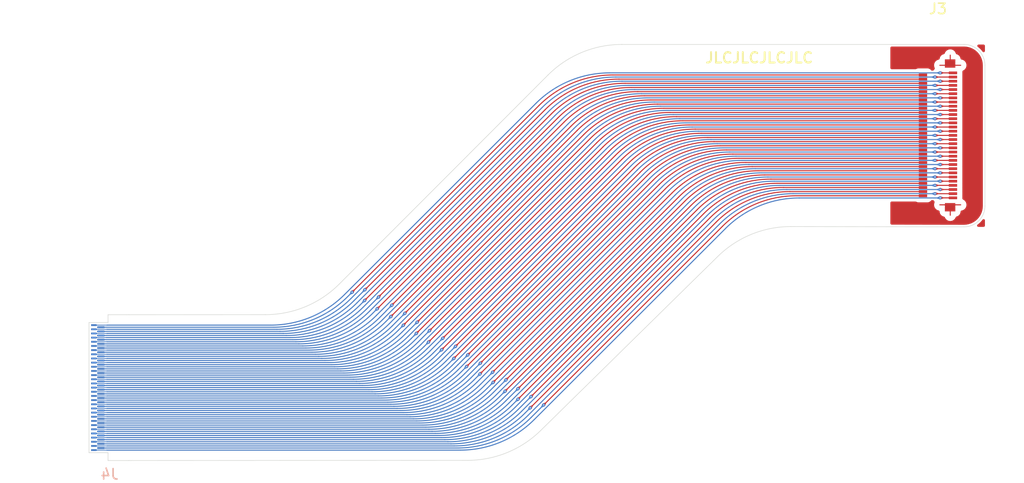
<source format=kicad_pcb>
(kicad_pcb (version 20241229) (generator "pcbnew") (generator_version "9.0")
  (layers (0 "F.Cu" signal) (2 "B.Cu" signal) (13 "F.Paste" user) (15 "B.Paste" user) (5 "F.SilkS" user "F.Silkscreen") (7 "B.SilkS" user "B.Silkscreen") (1 "F.Mask" user) (3 "B.Mask" user) (25 "Edge.Cuts" user))
  (net 0 "")
  (net 1 "Net-(J4-Pin_19)")
  (net 2 "Net-(J4-Pin_47)")
  (net 3 "Net-(J4-Pin_10)")
  (net 4 "Net-(J4-Pin_22)")
  (net 5 "Net-(J4-Pin_23)")
  (net 6 "Net-(J4-Pin_15)")
  (net 7 "Net-(J4-Pin_46)")
  (net 8 "Net-(J4-Pin_55)")
  (net 9 "Net-(J4-Pin_25)")
  (net 10 "Net-(J4-Pin_51)")
  (net 11 "Net-(J4-Pin_6)")
  (net 12 "Net-(J4-Pin_33)")
  (net 13 "Net-(J4-Pin_11)")
  (net 14 "Net-(J4-Pin_24)")
  (net 15 "Net-(J4-Pin_45)")
  (net 16 "Net-(J4-Pin_58)")
  (net 17 "Net-(J4-Pin_53)")
  (net 18 "Net-(J4-Pin_41)")
  (net 19 "Net-(J4-Pin_49)")
  (net 20 "Net-(J4-Pin_20)")
  (net 21 "Net-(J4-Pin_60)")
  (net 22 "Net-(J4-Pin_52)")
  (net 23 "Net-(J4-Pin_14)")
  (net 24 "Net-(J4-Pin_1)")
  (net 25 "Net-(J4-Pin_56)")
  (net 26 "Net-(J4-Pin_17)")
  (net 27 "Net-(J4-Pin_43)")
  (net 28 "Net-(J4-Pin_30)")
  (net 29 "Net-(J4-Pin_39)")
  (net 30 "Net-(J4-Pin_57)")
  (net 31 "Net-(J4-Pin_27)")
  (net 32 "Net-(J4-Pin_42)")
  (net 33 "Net-(J4-Pin_13)")
  (net 34 "Net-(J4-Pin_50)")
  (net 35 "Net-(J4-Pin_9)")
  (net 36 "Net-(J4-Pin_35)")
  (net 37 "Net-(J4-Pin_54)")
  (net 38 "Net-(J4-Pin_36)")
  (net 39 "Net-(J4-Pin_37)")
  (net 40 "Net-(J4-Pin_16)")
  (net 41 "Net-(J4-Pin_59)")
  (net 42 "Net-(J4-Pin_26)")
  (net 43 "Net-(J4-Pin_31)")
  (net 44 "Net-(J4-Pin_18)")
  (net 45 "Net-(J4-Pin_38)")
  (net 46 "Net-(J4-Pin_29)")
  (net 47 "Net-(J4-Pin_2)")
  (net 48 "Net-(J4-Pin_34)")
  (net 49 "Net-(J4-Pin_40)")
  (net 50 "Net-(J4-Pin_48)")
  (net 51 "Net-(J4-Pin_21)")
  (net 52 "Net-(J4-Pin_32)")
  (net 53 "Net-(J4-Pin_12)")
  (net 54 "Net-(J4-Pin_8)")
  (net 55 "Net-(J4-Pin_28)")
  (net 56 "Net-(J4-Pin_44)")
  (net 57 "Net-(J4-Pin_7)")
  (net 58 "Net-(J4-Pin_61)")
  (net 59 "Net-(J4-Pin_4)")
  (net 60 "Net-(J4-Pin_3)")
  (net 61 "Net-(J4-Pin_5)")
  (footprint "Leica-G9ii:Connector-2Rows-61Pins-0.20mm" (layer "F.Cu") (at 201.74 60.78 180)
    (property "Reference" "J3")
    (property "Value" "FR02C061JA1-R5000")
  )
  (footprint "Leica-G9ii:FPC-2Rows-61Pins-0.20mm" (layer "B.Cu") (at 122.17 85)
    (property "Reference" "J4")
    (property "Value" "FPC_2Rows-61Pins_0.2mm")
    (fp_line (start -1.825 -6.25) (end 0 -6.25) (stroke (width 0.05)) (layer "Edge.Cuts"))
    (fp_line (start -1.825 6.25) (end -1.825 -6.25) (stroke (width 0.05)) (layer "Edge.Cuts"))
    (fp_line (start -1.825 6.25) (end 0 6.25) (stroke (width 0.05)) (layer "Edge.Cuts"))
    (fp_line (start 0 -7) (end 2 -7) (stroke (width 0.05)) (layer "Edge.Cuts"))
    (fp_line (start 0 -6.25) (end 0 -7) (stroke (width 0.05)) (layer "Edge.Cuts"))
    (fp_line (start 0 6.25) (end 0 7) (stroke (width 0.05)) (layer "Edge.Cuts"))
    (fp_line (start 0 7) (end 2 7) (stroke (width 0.05)) (layer "Edge.Cuts"))
  )
  (gr_line (start 144.348254 75.056786) (end 164.369622 54.987405) (stroke (width 0.05)) (layer "Edge.Cuts"))
  (gr_arc (start 144.348254 75.056786) (mid 141.103552 77.229323) (end 137.274205 77.993595) (stroke (width 0.05)) (layer "Edge.Cuts"))
  (gr_line (start 206.281484 67.563779) (end 206.281484 54.05) (stroke (width 0.05)) (layer "Edge.Cuts"))
  (gr_line (start 124.17 92) (end 156.670359 91.982235) (stroke (width 0.05)) (layer "Edge.Cuts"))
  (gr_arc (start 180.654457 72.408326) (mid 183.886096 70.27931) (end 187.684086 69.536697) (stroke (width 0.05)) (layer "Edge.Cuts"))
  (gr_arc (start 163.676092 89.112671) (mid 160.455273 91.236037) (end 156.670359 91.982235) (stroke (width 0.05)) (layer "Edge.Cuts"))
  (gr_arc (start 206.281484 67.563779) (mid 205.693507 68.9802) (end 204.275273 69.56377) (stroke (width 0.05)) (layer "Edge.Cuts"))
  (gr_line (start 163.676092 89.112671) (end 180.654457 72.408326) (stroke (width 0.05)) (layer "Edge.Cuts"))
  (gr_arc (start 204.281484 52.05) (mid 205.695698 52.635786) (end 206.281484 54.05) (stroke (width 0.05)) (layer "Edge.Cuts"))
  (gr_line (start 204.281484 52.05) (end 171.449153 52.05) (stroke (width 0.05)) (layer "Edge.Cuts"))
  (gr_line (start 187.684086 69.536697) (end 204.275273 69.56377) (stroke (width 0.05)) (layer "Edge.Cuts"))
  (gr_arc (start 164.369622 54.987405) (mid 167.616787 52.813497) (end 171.449153 52.05) (stroke (width 0.05)) (layer "Edge.Cuts"))
  (gr_line (start 124.17 78) (end 137.274205 77.993595) (stroke (width 0.05)) (layer "Edge.Cuts"))
  (gr_text "JLCJLCJLCJLC" (at 184.63 53.92 0) (layer "F.SilkS") (effects (font (size 1 1) (thickness 0.1875)) (justify bottom)))
  (segment (start 202.956484 67.45) (end 203.956484 67.45) (width 0.1) (layer "F.Cu") (net 0))
  (segment (start 202.956484 67.45) (end 201.956484 67.45) (width 0.1) (layer "F.Cu") (net 0))
  (segment (start 202.956484 54.05) (end 201.956484 54.05) (width 0.1) (layer "F.Cu") (net 0))
  (segment (start 202.956484 67.45) (end 202.956484 68.45) (width 0.1) (layer "F.Cu") (net 0))
  (segment (start 202.956484 53.975) (end 202.956484 53.075) (width 0.1) (layer "F.Cu") (net 0))
  (segment (start 202.956484 54.05) (end 203.956484 54.05) (width 0.1) (layer "F.Cu") (net 0))
  (segment (start 203.215 63.18) (end 201.49 63.18) (width 0.1) (layer "F.Cu") (net 1))
  (via (at 201.49 63.18) (size 0.3) (drill 0.1) (layers "F.Cu" "B.Cu") (net 1))
  (segment (start 150.497864 87.4) (end 122.07 87.4) (width 0.1) (layer "B.Cu") (net 1))
  (segment (start 157.568932 84.471068) (end 175.931068 66.108932) (width 0.1) (layer "B.Cu") (net 1))
  (segment (start 120.82 87.4) (end 122.07 87.4) (width 0.076) (layer "B.Cu") (net 1))
  (segment (start 183.002136 63.18) (end 201.49 63.18) (width 0.1) (layer "B.Cu") (net 1))
  (arc (start 175.931068 66.108932) (mid 179.175302 63.941204) (end 183.002136 63.18) (width 0.1) (layer "B.Cu") (net 1))
  (arc (start 150.497864 87.4) (mid 154.324698 86.638795) (end 157.568932 84.471068) (width 0.1) (layer "B.Cu") (net 1))
  (segment (start 201.49 57.58) (end 203.215 57.58) (width 0.1) (layer "F.Cu") (net 2))
  (via (at 201.49 57.58) (size 0.3) (drill 0.1) (layers "F.Cu" "B.Cu") (net 2))
  (segment (start 174.572136 57.58) (end 201.49 57.58) (width 0.1) (layer "B.Cu") (net 2))
  (segment (start 142.067864 81.8) (end 122.07 81.8) (width 0.1) (layer "B.Cu") (net 2))
  (segment (start 149.138932 78.871068) (end 167.501068 60.508932) (width 0.1) (layer "B.Cu") (net 2))
  (segment (start 120.82 81.8) (end 122.07 81.8) (width 0.076) (layer "B.Cu") (net 2))
  (arc (start 174.572136 57.58) (mid 170.745302 58.341205) (end 167.501068 60.508932) (width 0.1) (layer "B.Cu") (net 2))
  (arc (start 142.067864 81.8) (mid 145.894698 81.038795) (end 149.138932 78.871068) (width 0.1) (layer "B.Cu") (net 2))
  (segment (start 185.758526 64.98) (end 200.34 64.98) (width 0.1) (layer "F.Cu") (net 3))
  (segment (start 161.493195 85.103195) (end 178.687458 67.908932) (width 0.1) (layer "F.Cu") (net 3))
  (via (at 161.493195 85.103195) (size 0.3) (drill 0.1) (layers "F.Cu" "B.Cu") (net 3))
  (arc (start 178.687458 67.908932) (mid 181.931692 65.741204) (end 185.758526 64.98) (width 0.1) (layer "F.Cu") (net 3))
  (segment (start 153.254254 89.2) (end 121.47 89.2) (width 0.1) (layer "B.Cu") (net 3))
  (segment (start 161.493195 85.103195) (end 160.325322 86.271068) (width 0.1) (layer "B.Cu") (net 3))
  (arc (start 160.325322 86.271068) (mid 157.081088 88.438796) (end 153.254254 89.2) (width 0.1) (layer "B.Cu") (net 3))
  (segment (start 157.883195 82.653194) (end 175.027457 65.508932) (width 0.1) (layer "F.Cu") (net 4))
  (segment (start 182.098525 62.58) (end 200.34 62.58) (width 0.1) (layer "F.Cu") (net 4))
  (segment (start 157.883195 82.653195) (end 157.883195 82.653194) (width 0.1) (layer "F.Cu") (net 4))
  (via (at 157.883195 82.653195) (size 0.3) (drill 0.1) (layers "F.Cu" "B.Cu") (net 4))
  (arc (start 175.027457 65.508932) (mid 178.271691 63.341205) (end 182.098525 62.58) (width 0.1) (layer "F.Cu") (net 4))
  (segment (start 149.594254 86.8) (end 121.47 86.8) (width 0.1) (layer "B.Cu") (net 4))
  (segment (start 157.883195 82.653195) (end 156.665322 83.871068) (width 0.1) (layer "B.Cu") (net 4))
  (arc (start 156.665322 83.871068) (mid 153.421088 86.038795) (end 149.594254 86.8) (width 0.1) (layer "B.Cu") (net 4))
  (segment (start 203.215 62.38) (end 201.49 62.38) (width 0.1) (layer "F.Cu") (net 5))
  (via (at 201.49 62.38) (size 0.3) (drill 0.1) (layers "F.Cu" "B.Cu") (net 5))
  (segment (start 149.297864 86.6) (end 122.07 86.6) (width 0.1) (layer "B.Cu") (net 5))
  (segment (start 120.82 86.6) (end 122.07 86.6) (width 0.076) (layer "B.Cu") (net 5))
  (segment (start 156.368932 83.671068) (end 174.731068 65.308932) (width 0.1) (layer "B.Cu") (net 5))
  (segment (start 181.802136 62.38) (end 201.49 62.38) (width 0.1) (layer "B.Cu") (net 5))
  (arc (start 174.731068 65.308932) (mid 177.975302 63.141204) (end 181.802136 62.38) (width 0.1) (layer "B.Cu") (net 5))
  (arc (start 149.297864 86.6) (mid 153.124698 85.838795) (end 156.368932 83.671068) (width 0.1) (layer "B.Cu") (net 5))
  (segment (start 203.215 63.98) (end 201.49 63.98) (width 0.1) (layer "F.Cu") (net 6))
  (via (at 201.49 63.98) (size 0.3) (drill 0.1) (layers "F.Cu" "B.Cu") (net 6))
  (segment (start 158.828932 85.271068) (end 177.191068 66.908932) (width 0.1) (layer "B.Cu") (net 6))
  (segment (start 120.82 88.2) (end 122.07 88.2) (width 0.076) (layer "B.Cu") (net 6))
  (segment (start 151.757864 88.2) (end 122.07 88.2) (width 0.1) (layer "B.Cu") (net 6))
  (segment (start 184.262136 63.98) (end 201.49 63.98) (width 0.1) (layer "B.Cu") (net 6))
  (arc (start 151.757864 88.2) (mid 155.584698 87.438795) (end 158.828932 85.271068) (width 0.1) (layer "B.Cu") (net 6))
  (arc (start 184.262136 63.98) (mid 180.435302 64.741205) (end 177.191068 66.908932) (width 0.1) (layer "B.Cu") (net 6))
  (segment (start 150.638195 77.868195) (end 150.638195 77.868194) (width 0.1) (layer "F.Cu") (net 7))
  (segment (start 150.638195 77.868194) (end 167.797457 60.708932) (width 0.1) (layer "F.Cu") (net 7))
  (segment (start 174.868525 57.78) (end 200.34 57.78) (width 0.1) (layer "F.Cu") (net 7))
  (via (at 150.638195 77.868195) (size 0.3) (drill 0.1) (layers "F.Cu" "B.Cu") (net 7))
  (arc (start 167.797457 60.708932) (mid 171.041691 58.541205) (end 174.868525 57.78) (width 0.1) (layer "F.Cu") (net 7))
  (segment (start 142.364254 82) (end 121.47 82) (width 0.1) (layer "B.Cu") (net 7))
  (segment (start 150.638195 77.868195) (end 149.435322 79.071068) (width 0.1) (layer "B.Cu") (net 7))
  (arc (start 149.435322 79.071068) (mid 146.191088 81.238795) (end 142.364254 82) (width 0.1) (layer "B.Cu") (net 7))
  (segment (start 201.49 55.98) (end 203.215 55.98) (width 0.1) (layer "F.Cu") (net 8))
  (via (at 201.49 55.98) (size 0.3) (drill 0.1) (layers "F.Cu" "B.Cu") (net 8))
  (segment (start 139.577864 80.2) (end 122.02 80.2) (width 0.1) (layer "B.Cu") (net 8))
  (segment (start 165.011068 58.908932) (end 146.648932 77.271068) (width 0.1) (layer "B.Cu") (net 8))
  (segment (start 122.02 80.2) (end 120.82 80.2) (width 0.076) (layer "B.Cu") (net 8))
  (segment (start 201.49 55.98) (end 172.082136 55.98) (width 0.1) (layer "B.Cu") (net 8))
  (arc (start 172.082136 55.98) (mid 168.255302 56.741205) (end 165.011068 58.908932) (width 0.1) (layer "B.Cu") (net 8))
  (arc (start 139.577864 80.2) (mid 143.404698 79.438795) (end 146.648932 77.271068) (width 0.1) (layer "B.Cu") (net 8))
  (segment (start 201.99 61.98) (end 203.215 61.98) (width 0.1) (layer "F.Cu") (net 9))
  (via (at 201.99 61.98) (size 0.3) (drill 0.1) (layers "F.Cu" "B.Cu") (net 9))
  (segment (start 201.99 61.98) (end 181.202136 61.98) (width 0.1) (layer "B.Cu") (net 9))
  (segment (start 120.82 86.2) (end 122.07 86.2) (width 0.076) (layer "B.Cu") (net 9))
  (segment (start 148.697864 86.2) (end 122.07 86.2) (width 0.1) (layer "B.Cu") (net 9))
  (segment (start 174.131068 64.908932) (end 155.768932 83.271068) (width 0.1) (layer "B.Cu") (net 9))
  (arc (start 148.697864 86.2) (mid 152.524698 85.438795) (end 155.768932 83.271068) (width 0.1) (layer "B.Cu") (net 9))
  (arc (start 181.202136 61.98) (mid 177.375302 62.741205) (end 174.131068 64.908932) (width 0.1) (layer "B.Cu") (net 9))
  (segment (start 201.49 56.78) (end 203.215 56.78) (width 0.1) (layer "F.Cu") (net 10))
  (via (at 201.49 56.78) (size 0.3) (drill 0.1) (layers "F.Cu" "B.Cu") (net 10))
  (segment (start 147.908932 78.071068) (end 166.271068 59.708932) (width 0.1) (layer "B.Cu") (net 10))
  (segment (start 120.82 81) (end 122.07 81) (width 0.076) (layer "B.Cu") (net 10))
  (segment (start 140.837864 81) (end 122.07 81) (width 0.1) (layer "B.Cu") (net 10))
  (segment (start 173.342136 56.78) (end 201.49 56.78) (width 0.1) (layer "B.Cu") (net 10))
  (arc (start 147.908932 78.071068) (mid 144.664698 80.238796) (end 140.837864 81) (width 0.1) (layer "B.Cu") (net 10))
  (arc (start 166.271068 59.708932) (mid 169.515302 57.541204) (end 173.342136 56.78) (width 0.1) (layer "B.Cu") (net 10))
  (segment (start 186.968526 65.78) (end 200.34 65.78) (width 0.1) (layer "F.Cu") (net 11))
  (segment (start 162.743195 85.863195) (end 179.897458 68.708932) (width 0.1) (layer "F.Cu") (net 11))
  (via (at 162.743195 85.863195) (size 0.3) (drill 0.1) (layers "F.Cu" "B.Cu") (net 11))
  (arc (start 179.897458 68.708932) (mid 183.141692 66.541205) (end 186.968526 65.78) (width 0.1) (layer "F.Cu") (net 11))
  (segment (start 154.464254 90) (end 121.47 90) (width 0.1) (layer "B.Cu") (net 11))
  (segment (start 162.743195 85.863195) (end 161.535322 87.071068) (width 0.1) (layer "B.Cu") (net 11))
  (arc (start 161.535322 87.071068) (mid 158.291088 89.238795) (end 154.464254 90) (width 0.1) (layer "B.Cu") (net 11))
  (segment (start 201.99 60.38) (end 203.215 60.38) (width 0.1) (layer "F.Cu") (net 12))
  (via (at 201.99 60.38) (size 0.3) (drill 0.1) (layers "F.Cu" "B.Cu") (net 12))
  (segment (start 120.82 84.6) (end 122.07 84.6) (width 0.076) (layer "B.Cu") (net 12))
  (segment (start 171.731068 63.308932) (end 153.368932 81.671068) (width 0.1) (layer "B.Cu") (net 12))
  (segment (start 201.99 60.38) (end 178.802136 60.38) (width 0.1) (layer "B.Cu") (net 12))
  (segment (start 146.297864 84.6) (end 122.07 84.6) (width 0.1) (layer "B.Cu") (net 12))
  (arc (start 153.368932 81.671068) (mid 150.124698 83.838796) (end 146.297864 84.6) (width 0.1) (layer "B.Cu") (net 12))
  (arc (start 178.802136 60.38) (mid 174.975302 61.141205) (end 171.731068 63.308932) (width 0.1) (layer "B.Cu") (net 12))
  (segment (start 203.215 64.78) (end 201.49 64.78) (width 0.1) (layer "F.Cu") (net 13))
  (via (at 201.49 64.78) (size 0.3) (drill 0.1) (layers "F.Cu" "B.Cu") (net 13))
  (segment (start 185.462136 64.78) (end 201.49 64.78) (width 0.1) (layer "B.Cu") (net 13))
  (segment (start 120.82 89) (end 122.07 89) (width 0.076) (layer "B.Cu") (net 13))
  (segment (start 160.028932 86.071068) (end 178.391068 67.708932) (width 0.1) (layer "B.Cu") (net 13))
  (segment (start 152.957864 89) (end 122.07 89) (width 0.1) (layer "B.Cu") (net 13))
  (arc (start 185.462136 64.78) (mid 181.635302 65.541205) (end 178.391068 67.708932) (width 0.1) (layer "B.Cu") (net 13))
  (arc (start 152.957864 89) (mid 156.784698 88.238795) (end 160.028932 86.071068) (width 0.1) (layer "B.Cu") (net 13))
  (segment (start 181.498525 62.18) (end 200.34 62.18) (width 0.1) (layer "F.Cu") (net 14))
  (segment (start 156.558195 82.978194) (end 174.427457 65.108932) (width 0.1) (layer "F.Cu") (net 14))
  (segment (start 156.558194 82.978194) (end 156.558195 82.978194) (width 0.1) (layer "F.Cu") (net 14))
  (via (at 156.558194 82.978194) (size 0.3) (drill 0.1) (layers "F.Cu" "B.Cu") (net 14))
  (arc (start 174.427457 65.108932) (mid 177.671691 62.941204) (end 181.498525 62.18) (width 0.1) (layer "F.Cu") (net 14))
  (segment (start 148.994252 86.4) (end 121.47 86.4) (width 0.1) (layer "B.Cu") (net 14))
  (segment (start 156.558194 82.978194) (end 156.06532 83.471068) (width 0.1) (layer "B.Cu") (net 14))
  (arc (start 148.994252 86.4) (mid 152.821086 85.638795) (end 156.06532 83.471068) (width 0.1) (layer "B.Cu") (net 14))
  (segment (start 201.99 57.98) (end 203.215 57.98) (width 0.1) (layer "F.Cu") (net 15))
  (via (at 201.99 57.98) (size 0.3) (drill 0.1) (layers "F.Cu" "B.Cu") (net 15))
  (segment (start 120.82 82.2) (end 122.07 82.2) (width 0.076) (layer "B.Cu") (net 15))
  (segment (start 201.99 57.98) (end 175.172136 57.98) (width 0.1) (layer "B.Cu") (net 15))
  (segment (start 142.667864 82.2) (end 122.07 82.2) (width 0.1) (layer "B.Cu") (net 15))
  (segment (start 168.101068 60.908932) (end 149.738932 79.271068) (width 0.1) (layer "B.Cu") (net 15))
  (arc (start 175.172136 57.98) (mid 171.345302 58.741205) (end 168.101068 60.908932) (width 0.1) (layer "B.Cu") (net 15))
  (arc (start 142.667864 82.2) (mid 146.494698 81.438795) (end 149.738932 79.271068) (width 0.1) (layer "B.Cu") (net 15))
  (segment (start 171.172136 55.38) (end 200.34 55.38) (width 0.1) (layer "F.Cu") (net 16))
  (segment (start 146.81 75.6) (end 164.101068 58.308932) (width 0.1) (layer "F.Cu") (net 16))
  (via (at 146.81 75.6) (size 0.3) (drill 0.1) (layers "F.Cu" "B.Cu") (net 16))
  (arc (start 164.101068 58.308932) (mid 167.345302 56.141205) (end 171.172136 55.38) (width 0.1) (layer "F.Cu") (net 16))
  (segment (start 146.81 75.6) (end 145.738932 76.671068) (width 0.1) (layer "B.Cu") (net 16))
  (segment (start 138.667864 79.6) (end 121.47 79.6) (width 0.1) (layer "B.Cu") (net 16))
  (arc (start 145.738932 76.671068) (mid 142.494698 78.838795) (end 138.667864 79.6) (width 0.1) (layer "B.Cu") (net 16))
  (segment (start 201.99 56.38) (end 203.215 56.38) (width 0.1) (layer "F.Cu") (net 17))
  (via (at 201.99 56.38) (size 0.3) (drill 0.1) (layers "F.Cu" "B.Cu") (net 17))
  (segment (start 140.177864 80.6) (end 122.07 80.6) (width 0.1) (layer "B.Cu") (net 17))
  (segment (start 120.82 80.6) (end 122.07 80.6) (width 0.076) (layer "B.Cu") (net 17))
  (segment (start 201.99 56.38) (end 172.682136 56.38) (width 0.1) (layer "B.Cu") (net 17))
  (segment (start 165.611068 59.308932) (end 147.248932 77.671068) (width 0.1) (layer "B.Cu") (net 17))
  (arc (start 140.177864 80.6) (mid 144.004698 79.838795) (end 147.248932 77.671068) (width 0.1) (layer "B.Cu") (net 17))
  (arc (start 172.682136 56.38) (mid 168.855302 57.141205) (end 165.611068 59.308932) (width 0.1) (layer "B.Cu") (net 17))
  (segment (start 201.99 58.78) (end 203.215 58.78) (width 0.1) (layer "F.Cu") (net 18))
  (via (at 201.99 58.78) (size 0.3) (drill 0.1) (layers "F.Cu" "B.Cu") (net 18))
  (segment (start 120.82 83) (end 122.07 83) (width 0.076) (layer "B.Cu") (net 18))
  (segment (start 169.331068 61.708932) (end 150.968932 80.071068) (width 0.1) (layer "B.Cu") (net 18))
  (segment (start 201.99 58.78) (end 176.402136 58.78) (width 0.1) (layer "B.Cu") (net 18))
  (segment (start 143.897864 83) (end 122.07 83) (width 0.1) (layer "B.Cu") (net 18))
  (arc (start 176.402136 58.78) (mid 172.575302 59.541205) (end 169.331068 61.708932) (width 0.1) (layer "B.Cu") (net 18))
  (arc (start 143.897864 83) (mid 147.724698 82.238795) (end 150.968932 80.071068) (width 0.1) (layer "B.Cu") (net 18))
  (segment (start 201.99 57.18) (end 203.215 57.18) (width 0.1) (layer "F.Cu") (net 19))
  (via (at 201.99 57.18) (size 0.3) (drill 0.1) (layers "F.Cu" "B.Cu") (net 19))
  (segment (start 120.82 81.4) (end 122.07 81.4) (width 0.076) (layer "B.Cu") (net 19))
  (segment (start 201.99 57.18) (end 173.942136 57.18) (width 0.1) (layer "B.Cu") (net 19))
  (segment (start 141.437864 81.4) (end 122.07 81.4) (width 0.1) (layer "B.Cu") (net 19))
  (segment (start 166.871068 60.108932) (end 148.508932 78.471068) (width 0.1) (layer "B.Cu") (net 19))
  (arc (start 148.508932 78.471068) (mid 145.264698 80.638796) (end 141.437864 81.4) (width 0.1) (layer "B.Cu") (net 19))
  (arc (start 166.871068 60.108932) (mid 170.115302 57.941204) (end 173.942136 57.18) (width 0.1) (layer "B.Cu") (net 19))
  (segment (start 182.698525 62.98) (end 200.34 62.98) (width 0.1) (layer "F.Cu") (net 20))
  (segment (start 157.848195 83.688195) (end 157.848195 83.688194) (width 0.1) (layer "F.Cu") (net 20))
  (segment (start 157.848195 83.688194) (end 175.627457 65.908932) (width 0.1) (layer "F.Cu") (net 20))
  (via (at 157.848195 83.688195) (size 0.3) (drill 0.1) (layers "F.Cu" "B.Cu") (net 20))
  (arc (start 175.627457 65.908932) (mid 178.871691 63.741205) (end 182.698525 62.98) (width 0.1) (layer "F.Cu") (net 20))
  (segment (start 157.848195 83.688195) (end 157.265322 84.271068) (width 0.1) (layer "B.Cu") (net 20))
  (segment (start 150.194254 87.2) (end 121.47 87.2) (width 0.1) (layer "B.Cu") (net 20))
  (arc (start 157.265322 84.271068) (mid 154.021088 86.438796) (end 150.194254 87.2) (width 0.1) (layer "B.Cu") (net 20))
  (segment (start 170.582136 54.98) (end 200.34 54.98) (width 0.1) (layer "F.Cu") (net 21))
  (segment (start 145.585 75.835) (end 163.511068 57.908932) (width 0.1) (layer "F.Cu") (net 21))
  (via (at 145.585 75.835) (size 0.3) (drill 0.1) (layers "F.Cu" "B.Cu") (net 21))
  (arc (start 163.511068 57.908932) (mid 166.755302 55.741205) (end 170.582136 54.98) (width 0.1) (layer "F.Cu") (net 21))
  (segment (start 145.585 75.835) (end 145.148932 76.271068) (width 0.1) (layer "B.Cu") (net 21))
  (segment (start 138.077864 79.2) (end 121.47 79.2) (width 0.1) (layer "B.Cu") (net 21))
  (arc (start 145.148932 76.271068) (mid 141.904698 78.438796) (end 138.077864 79.2) (width 0.1) (layer "B.Cu") (net 21))
  (segment (start 172.982136 56.58) (end 200.34 56.58) (width 0.1) (layer "F.Cu") (net 22))
  (segment (start 147.99 77.43) (end 165.911068 59.508932) (width 0.1) (layer "F.Cu") (net 22))
  (via (at 147.99 77.43) (size 0.3) (drill 0.1) (layers "F.Cu" "B.Cu") (net 22))
  (arc (start 165.911068 59.508932) (mid 169.155302 57.341205) (end 172.982136 56.58) (width 0.1) (layer "F.Cu") (net 22))
  (segment (start 140.477864 80.8) (end 121.47 80.8) (width 0.1) (layer "B.Cu") (net 22))
  (segment (start 147.99 77.43) (end 147.548932 77.871068) (width 0.1) (layer "B.Cu") (net 22))
  (arc (start 147.548932 77.871068) (mid 144.304698 80.038796) (end 140.477864 80.8) (width 0.1) (layer "B.Cu") (net 22))
  (segment (start 184.558525 64.18) (end 200.34 64.18) (width 0.1) (layer "F.Cu") (net 23))
  (segment (start 160.338195 84.258194) (end 177.487457 67.108932) (width 0.1) (layer "F.Cu") (net 23))
  (segment (start 160.338195 84.258195) (end 160.338195 84.258194) (width 0.1) (layer "F.Cu") (net 23))
  (via (at 160.338195 84.258195) (size 0.3) (drill 0.1) (layers "F.Cu" "B.Cu") (net 23))
  (arc (start 177.487457 67.108932) (mid 180.731691 64.941205) (end 184.558525 64.18) (width 0.1) (layer "F.Cu") (net 23))
  (segment (start 160.338195 84.258195) (end 159.125322 85.471068) (width 0.1) (layer "B.Cu") (net 23))
  (segment (start 152.054254 88.4) (end 121.47 88.4) (width 0.1) (layer "B.Cu") (net 23))
  (arc (start 159.125322 85.471068) (mid 155.881088 87.638796) (end 152.054254 88.4) (width 0.1) (layer "B.Cu") (net 23))
  (segment (start 201.99 66.78) (end 203.215 66.78) (width 0.1) (layer "F.Cu") (net 24))
  (via (at 201.99 66.78) (size 0.3) (drill 0.1) (layers "F.Cu" "B.Cu") (net 24))
  (segment (start 155.977864 91) (end 122.05 91) (width 0.1) (layer "B.Cu") (net 24))
  (segment (start 201.9 66.79) (end 188.472136 66.79) (width 0.1) (layer "B.Cu") (net 24))
  (segment (start 201.91 66.78) (end 201.9 66.79) (width 0.1) (layer "B.Cu") (net 24))
  (segment (start 120.82 91) (end 122.05 91) (width 0.076) (layer "B.Cu") (net 24))
  (segment (start 181.401068 69.718932) (end 163.048932 88.071068) (width 0.1) (layer "B.Cu") (net 24))
  (arc (start 181.401068 69.718932) (mid 184.645302 67.551204) (end 188.472136 66.79) (width 0.1) (layer "B.Cu") (net 24))
  (arc (start 155.977864 91) (mid 159.804698 90.238795) (end 163.048932 88.071068) (width 0.1) (layer "B.Cu") (net 24))
  (segment (start 171.772136 55.78) (end 200.34 55.78) (width 0.1) (layer "F.Cu") (net 25))
  (segment (start 146.78 76.63) (end 164.701068 58.708932) (width 0.1) (layer "F.Cu") (net 25))
  (via (at 146.78 76.63) (size 0.3) (drill 0.1) (layers "F.Cu" "B.Cu") (net 25))
  (arc (start 164.701068 58.708932) (mid 167.945302 56.541205) (end 171.772136 55.78) (width 0.1) (layer "F.Cu") (net 25))
  (segment (start 139.267864 80) (end 121.47 80) (width 0.1) (layer "B.Cu") (net 25))
  (segment (start 146.78 76.63) (end 146.338932 77.071068) (width 0.1) (layer "B.Cu") (net 25))
  (arc (start 146.338932 77.071068) (mid 143.094698 79.238795) (end 139.267864 80) (width 0.1) (layer "B.Cu") (net 25))
  (segment (start 201.99 63.58) (end 203.215 63.58) (width 0.1) (layer "F.Cu") (net 26))
  (via (at 201.99 63.58) (size 0.3) (drill 0.1) (layers "F.Cu" "B.Cu") (net 26))
  (segment (start 176.571068 66.508932) (end 158.208932 84.871068) (width 0.1) (layer "B.Cu") (net 26))
  (segment (start 201.99 63.58) (end 183.642136 63.58) (width 0.1) (layer "B.Cu") (net 26))
  (segment (start 151.137864 87.8) (end 122.07 87.8) (width 0.1) (layer "B.Cu") (net 26))
  (segment (start 120.82 87.8) (end 122.07 87.8) (width 0.076) (layer "B.Cu") (net 26))
  (arc (start 183.642136 63.58) (mid 179.815302 64.341205) (end 176.571068 66.508932) (width 0.1) (layer "B.Cu") (net 26))
  (arc (start 151.137864 87.8) (mid 154.964698 87.038795) (end 158.208932 84.871068) (width 0.1) (layer "B.Cu") (net 26))
  (segment (start 201.49 58.38) (end 203.215 58.38) (width 0.1) (layer "F.Cu") (net 27))
  (via (at 201.49 58.38) (size 0.3) (drill 0.1) (layers "F.Cu" "B.Cu") (net 27))
  (segment (start 120.82 82.6) (end 122.07 82.6) (width 0.076) (layer "B.Cu") (net 27))
  (segment (start 150.368932 79.671068) (end 168.731068 61.308932) (width 0.1) (layer "B.Cu") (net 27))
  (segment (start 143.297864 82.6) (end 122.07 82.6) (width 0.1) (layer "B.Cu") (net 27))
  (segment (start 175.802136 58.38) (end 201.49 58.38) (width 0.1) (layer "B.Cu") (net 27))
  (arc (start 175.802136 58.38) (mid 171.975302 59.141205) (end 168.731068 61.308932) (width 0.1) (layer "B.Cu") (net 27))
  (arc (start 143.297864 82.6) (mid 147.124698 81.838795) (end 150.368932 79.671068) (width 0.1) (layer "B.Cu") (net 27))
  (segment (start 155.498195 81.038195) (end 155.498195 81.038194) (width 0.1) (layer "F.Cu") (net 28))
  (segment (start 155.498195 81.038194) (end 172.627457 63.908932) (width 0.1) (layer "F.Cu") (net 28))
  (segment (start 179.698525 60.98) (end 200.34 60.98) (width 0.1) (layer "F.Cu") (net 28))
  (via (at 155.498195 81.038195) (size 0.3) (drill 0.1) (layers "F.Cu" "B.Cu") (net 28))
  (arc (start 172.627457 63.908932) (mid 175.871691 61.741204) (end 179.698525 60.98) (width 0.1) (layer "F.Cu") (net 28))
  (segment (start 147.194254 85.2) (end 121.47 85.2) (width 0.1) (layer "B.Cu") (net 28))
  (segment (start 155.498195 81.038195) (end 154.265322 82.271068) (width 0.1) (layer "B.Cu") (net 28))
  (arc (start 154.265322 82.271068) (mid 151.021088 84.438796) (end 147.194254 85.2) (width 0.1) (layer "B.Cu") (net 28))
  (segment (start 201.49 59.18) (end 203.215 59.18) (width 0.1) (layer "F.Cu") (net 29))
  (via (at 201.49 59.18) (size 0.3) (drill 0.1) (layers "F.Cu" "B.Cu") (net 29))
  (segment (start 144.497864 83.4) (end 122.07 83.4) (width 0.1) (layer "B.Cu") (net 29))
  (segment (start 177.002136 59.18) (end 201.49 59.18) (width 0.1) (layer "B.Cu") (net 29))
  (segment (start 151.568932 80.471068) (end 169.931068 62.108932) (width 0.1) (layer "B.Cu") (net 29))
  (segment (start 120.82 83.4) (end 122.07 83.4) (width 0.076) (layer "B.Cu") (net 29))
  (arc (start 177.002136 59.18) (mid 173.175302 59.941205) (end 169.931068 62.108932) (width 0.1) (layer "B.Cu") (net 29))
  (arc (start 151.568932 80.471068) (mid 148.324698 82.638796) (end 144.497864 83.4) (width 0.1) (layer "B.Cu") (net 29))
  (segment (start 201.99 55.58) (end 203.215 55.58) (width 0.1) (layer "F.Cu") (net 30))
  (via (at 201.99 55.58) (size 0.3) (drill 0.1) (layers "F.Cu" "B.Cu") (net 30))
  (segment (start 201.99 55.58) (end 171.472136 55.58) (width 0.1) (layer "B.Cu") (net 30))
  (segment (start 120.82 79.8) (end 122.07 79.8) (width 0.076) (layer "B.Cu") (net 30))
  (segment (start 138.967864 79.8) (end 122.07 79.8) (width 0.1) (layer "B.Cu") (net 30))
  (segment (start 164.401068 58.508932) (end 146.038932 76.871068) (width 0.1) (layer "B.Cu") (net 30))
  (arc (start 171.472136 55.58) (mid 167.645302 56.341205) (end 164.401068 58.508932) (width 0.1) (layer "B.Cu") (net 30))
  (arc (start 138.967864 79.8) (mid 142.794698 79.038795) (end 146.038932 76.871068) (width 0.1) (layer "B.Cu") (net 30))
  (segment (start 201.49 61.58) (end 203.215 61.58) (width 0.1) (layer "F.Cu") (net 31))
  (via (at 201.49 61.58) (size 0.3) (drill 0.1) (layers "F.Cu" "B.Cu") (net 31))
  (segment (start 155.168932 82.871068) (end 173.531068 64.508932) (width 0.1) (layer "B.Cu") (net 31))
  (segment (start 148.097864 85.8) (end 122.07 85.8) (width 0.1) (layer "B.Cu") (net 31))
  (segment (start 120.82 85.8) (end 122.07 85.8) (width 0.076) (layer "B.Cu") (net 31))
  (segment (start 180.602136 61.58) (end 201.49 61.58) (width 0.1) (layer "B.Cu") (net 31))
  (arc (start 148.097864 85.8) (mid 151.924698 85.038795) (end 155.168932 82.871068) (width 0.1) (layer "B.Cu") (net 31))
  (arc (start 173.531068 64.508932) (mid 176.775302 62.341204) (end 180.602136 61.58) (width 0.1) (layer "B.Cu") (net 31))
  (segment (start 151.818195 78.718194) (end 169.027457 61.508932) (width 0.1) (layer "F.Cu") (net 32))
  (segment (start 176.098525 58.58) (end 200.34 58.58) (width 0.1) (layer "F.Cu") (net 32))
  (segment (start 151.818195 78.718195) (end 151.818195 78.718194) (width 0.1) (layer "F.Cu") (net 32))
  (via (at 151.818195 78.718195) (size 0.3) (drill 0.1) (layers "F.Cu" "B.Cu") (net 32))
  (arc (start 169.027457 61.508932) (mid 172.271691 59.341205) (end 176.098525 58.58) (width 0.1) (layer "F.Cu") (net 32))
  (segment (start 143.594254 82.8) (end 121.47 82.8) (width 0.1) (layer "B.Cu") (net 32))
  (segment (start 151.818195 78.718195) (end 150.665322 79.871068) (width 0.1) (layer "B.Cu") (net 32))
  (arc (start 150.665322 79.871068) (mid 147.421088 82.038796) (end 143.594254 82.8) (width 0.1) (layer "B.Cu") (net 32))
  (segment (start 201.99 64.38) (end 203.215 64.38) (width 0.1) (layer "F.Cu") (net 33))
  (via (at 201.99 64.38) (size 0.3) (drill 0.1) (layers "F.Cu" "B.Cu") (net 33))
  (segment (start 120.82 88.6) (end 122.07 88.6) (width 0.076) (layer "B.Cu") (net 33))
  (segment (start 201.99 64.38) (end 184.862136 64.38) (width 0.1) (layer "B.Cu") (net 33))
  (segment (start 177.791068 67.308932) (end 159.428932 85.671068) (width 0.1) (layer "B.Cu") (net 33))
  (segment (start 152.357864 88.6) (end 122.07 88.6) (width 0.1) (layer "B.Cu") (net 33))
  (arc (start 152.357864 88.6) (mid 156.184698 87.838795) (end 159.428932 85.671068) (width 0.1) (layer "B.Cu") (net 33))
  (arc (start 184.862136 64.38) (mid 181.035302 65.141205) (end 177.791068 67.308932) (width 0.1) (layer "B.Cu") (net 33))
  (segment (start 149.388195 77.088194) (end 166.567457 59.908932) (width 0.1) (layer "F.Cu") (net 34))
  (segment (start 149.388195 77.088195) (end 149.388195 77.088194) (width 0.1) (layer "F.Cu") (net 34))
  (segment (start 173.638525 56.98) (end 200.34 56.98) (width 0.1) (layer "F.Cu") (net 34))
  (via (at 149.388195 77.088195) (size 0.3) (drill 0.1) (layers "F.Cu" "B.Cu") (net 34))
  (arc (start 166.567457 59.908932) (mid 169.811691 57.741204) (end 173.638525 56.98) (width 0.1) (layer "F.Cu") (net 34))
  (segment (start 148.808194 77.668196) (end 148.808194 77.681806) (width 0.1) (layer "B.Cu") (net 34))
  (segment (start 141.147864 81.2) (end 121.47 81.2) (width 0.1) (layer "B.Cu") (net 34))
  (segment (start 149.388195 77.088195) (end 148.808194 77.668196) (width 0.1) (layer "B.Cu") (net 34))
  (segment (start 148.808194 77.681806) (end 148.218932 78.271068) (width 0.1) (layer "B.Cu") (net 34))
  (arc (start 148.218932 78.271068) (mid 144.974698 80.438796) (end 141.147864 81.2) (width 0.1) (layer "B.Cu") (net 34))
  (segment (start 201.99 65.18) (end 203.215 65.18) (width 0.1) (layer "F.Cu") (net 35))
  (via (at 201.99 65.18) (size 0.3) (drill 0.1) (layers "F.Cu" "B.Cu") (net 35))
  (segment (start 179.001068 68.108932) (end 160.638932 86.471068) (width 0.1) (layer "B.Cu") (net 35))
  (segment (start 120.82 89.4) (end 122.07 89.4) (width 0.076) (layer "B.Cu") (net 35))
  (segment (start 201.99 65.18) (end 186.072136 65.18) (width 0.1) (layer "B.Cu") (net 35))
  (segment (start 153.567864 89.4) (end 122.07 89.4) (width 0.1) (layer "B.Cu") (net 35))
  (arc (start 186.072136 65.18) (mid 182.245302 65.941205) (end 179.001068 68.108932) (width 0.1) (layer "B.Cu") (net 35))
  (arc (start 153.567864 89.4) (mid 157.394698 88.638795) (end 160.638932 86.471068) (width 0.1) (layer "B.Cu") (net 35))
  (segment (start 201.49 59.98) (end 203.215 59.98) (width 0.1) (layer "F.Cu") (net 36))
  (via (at 201.49 59.98) (size 0.3) (drill 0.1) (layers "F.Cu" "B.Cu") (net 36))
  (segment (start 152.768932 81.271068) (end 171.131068 62.908932) (width 0.1) (layer "B.Cu") (net 36))
  (segment (start 145.697864 84.2) (end 122.07 84.2) (width 0.1) (layer "B.Cu") (net 36))
  (segment (start 178.202136 59.98) (end 201.49 59.98) (width 0.1) (layer "B.Cu") (net 36))
  (segment (start 120.82 84.2) (end 122.07 84.2) (width 0.076) (layer "B.Cu") (net 36))
  (arc (start 171.131068 62.908932) (mid 174.375302 60.741204) (end 178.202136 59.98) (width 0.1) (layer "B.Cu") (net 36))
  (arc (start 152.768932 81.271068) (mid 149.524698 83.438796) (end 145.697864 84.2) (width 0.1) (layer "B.Cu") (net 36))
  (segment (start 172.382136 56.18) (end 200.34 56.18) (width 0.1) (layer "F.Cu") (net 37))
  (segment (start 148.115 76.305) (end 165.311068 59.108932) (width 0.1) (layer "F.Cu") (net 37))
  (via (at 148.115 76.305) (size 0.3) (drill 0.1) (layers "F.Cu" "B.Cu") (net 37))
  (arc (start 165.311068 59.108932) (mid 168.555302 56.941205) (end 172.382136 56.18) (width 0.1) (layer "F.Cu") (net 37))
  (segment (start 148.115 76.305) (end 146.948932 77.471068) (width 0.1) (layer "B.Cu") (net 37))
  (segment (start 139.877864 80.4) (end 121.47 80.4) (width 0.1) (layer "B.Cu") (net 37))
  (arc (start 146.948932 77.471068) (mid 143.704698 79.638795) (end 139.877864 80.4) (width 0.1) (layer "B.Cu") (net 37))
  (segment (start 152.908195 80.628195) (end 152.908195 80.628194) (width 0.1) (layer "F.Cu") (net 38))
  (segment (start 177.898525 59.78) (end 200.34 59.78) (width 0.1) (layer "F.Cu") (net 38))
  (segment (start 152.908195 80.628194) (end 170.827457 62.708932) (width 0.1) (layer "F.Cu") (net 38))
  (via (at 152.908195 80.628195) (size 0.3) (drill 0.1) (layers "F.Cu" "B.Cu") (net 38))
  (arc (start 170.827457 62.708932) (mid 174.071691 60.541204) (end 177.898525 59.78) (width 0.1) (layer "F.Cu") (net 38))
  (segment (start 152.908195 80.628195) (end 152.908193 80.628195) (width 0.1) (layer "B.Cu") (net 38))
  (segment (start 145.397865 84) (end 121.47 84) (width 0.1) (layer "B.Cu") (net 38))
  (segment (start 152.908195 80.631805) (end 152.908195 80.628195) (width 0.1) (layer "B.Cu") (net 38))
  (segment (start 152.468935 81.071066) (end 152.908195 80.631805) (width 0.1) (layer "B.Cu") (net 38))
  (arc (start 145.397865 84) (mid 149.224701 83.238795) (end 152.468935 81.071066) (width 0.1) (layer "B.Cu") (net 38))
  (segment (start 203.215 59.58) (end 201.99 59.58) (width 0.1) (layer "F.Cu") (net 39))
  (via (at 201.99 59.58) (size 0.3) (drill 0.1) (layers "F.Cu" "B.Cu") (net 39))
  (segment (start 201.99 59.58) (end 177.602136 59.58) (width 0.1) (layer "B.Cu") (net 39))
  (segment (start 145.097864 83.8) (end 122.07 83.8) (width 0.1) (layer "B.Cu") (net 39))
  (segment (start 170.531068 62.508932) (end 152.168932 80.871068) (width 0.1) (layer "B.Cu") (net 39))
  (segment (start 120.82 83.8) (end 122.07 83.8) (width 0.076) (layer "B.Cu") (net 39))
  (arc (start 170.531068 62.508932) (mid 173.775302 60.341204) (end 177.602136 59.58) (width 0.1) (layer "B.Cu") (net 39))
  (arc (start 145.097864 83.8) (mid 148.924698 83.038795) (end 152.168932 80.871068) (width 0.1) (layer "B.Cu") (net 39))
  (segment (start 183.965747 63.78) (end 200.34 63.78) (width 0.1) (layer "F.Cu") (net 40))
  (segment (start 159.106805 84.496805) (end 159.106806 84.496805) (width 0.1) (layer "F.Cu") (net 40))
  (segment (start 159.106806 84.496805) (end 176.894679 66.708932) (width 0.1) (layer "F.Cu") (net 40))
  (via (at 159.106805 84.496805) (size 0.3) (drill 0.1) (layers "F.Cu" "B.Cu") (net 40))
  (arc (start 176.894679 66.708932) (mid 180.138913 64.541204) (end 183.965747 63.78) (width 0.1) (layer "F.Cu") (net 40))
  (segment (start 159.106805 84.496807) (end 158.532544 85.071068) (width 0.1) (layer "B.Cu") (net 40))
  (segment (start 159.106805 84.496805) (end 159.106805 84.496807) (width 0.1) (layer "B.Cu") (net 40))
  (segment (start 151.461476 88) (end 121.47 88) (width 0.1) (layer "B.Cu") (net 40))
  (arc (start 158.532544 85.071068) (mid 155.28831 87.238796) (end 151.461476 88) (width 0.1) (layer "B.Cu") (net 40))
  (segment (start 201.41 55.18) (end 203.215 55.18) (width 0.1) (layer "F.Cu") (net 41))
  (via (at 201.49 55.18) (size 0.3) (drill 0.1) (layers "F.Cu" "B.Cu") (net 41))
  (segment (start 120.82 79.4) (end 122.07 79.4) (width 0.076) (layer "B.Cu") (net 41))
  (segment (start 138.372864 79.4) (end 122.07 79.4) (width 0.1) (layer "B.Cu") (net 41))
  (segment (start 163.806068 58.108932) (end 145.443932 76.471068) (width 0.1) (layer "B.Cu") (net 41))
  (segment (start 201.41 55.18) (end 170.877136 55.18) (width 0.1) (layer "B.Cu") (net 41))
  (arc (start 163.806068 58.108932) (mid 167.050302 55.941204) (end 170.877136 55.18) (width 0.1) (layer "B.Cu") (net 41))
  (arc (start 145.443932 76.471068) (mid 142.199698 78.638796) (end 138.372864 79.4) (width 0.1) (layer "B.Cu") (net 41))
  (segment (start 180.898525 61.78) (end 200.34 61.78) (width 0.1) (layer "F.Cu") (net 42))
  (segment (start 156.678195 81.858194) (end 173.827457 64.708932) (width 0.1) (layer "F.Cu") (net 42))
  (segment (start 156.678195 81.858195) (end 156.678195 81.858194) (width 0.1) (layer "F.Cu") (net 42))
  (via (at 156.678195 81.858195) (size 0.3) (drill 0.1) (layers "F.Cu" "B.Cu") (net 42))
  (arc (start 173.827457 64.708932) (mid 177.071691 62.541204) (end 180.898525 61.78) (width 0.1) (layer "F.Cu") (net 42))
  (segment (start 155.733195 82.803195) (end 155.733193 82.803195) (width 0.1) (layer "B.Cu") (net 42))
  (segment (start 156.678195 81.858195) (end 155.733195 82.803195) (width 0.1) (layer "B.Cu") (net 42))
  (segment (start 148.394252 86) (end 121.47 86) (width 0.1) (layer "B.Cu") (net 42))
  (segment (start 155.733193 82.803195) (end 155.465321 83.071067) (width 0.1) (layer "B.Cu") (net 42))
  (arc (start 155.465321 83.071067) (mid 152.221087 85.238795) (end 148.394252 86) (width 0.1) (layer "B.Cu") (net 42))
  (segment (start 201.49 60.78) (end 203.215 60.78) (width 0.1) (layer "F.Cu") (net 43))
  (via (at 201.49 60.78) (size 0.3) (drill 0.1) (layers "F.Cu" "B.Cu") (net 43))
  (segment (start 146.897864 85) (end 122.07 85) (width 0.1) (layer "B.Cu") (net 43))
  (segment (start 120.82 85) (end 122.07 85) (width 0.076) (layer "B.Cu") (net 43))
  (segment (start 153.968932 82.071068) (end 172.331068 63.708932) (width 0.1) (layer "B.Cu") (net 43))
  (segment (start 179.402136 60.78) (end 201.49 60.78) (width 0.1) (layer "B.Cu") (net 43))
  (arc (start 146.897864 85) (mid 150.724698 84.238795) (end 153.968932 82.071068) (width 0.1) (layer "B.Cu") (net 43))
  (arc (start 179.402136 60.78) (mid 175.575302 61.541205) (end 172.331068 63.708932) (width 0.1) (layer "B.Cu") (net 43))
  (segment (start 183.342136 63.38) (end 200.34 63.38) (width 0.1) (layer "F.Cu") (net 44))
  (segment (start 159.06 83.52) (end 176.271068 66.308932) (width 0.1) (layer "F.Cu") (net 44))
  (via (at 159.06 83.52) (size 0.3) (drill 0.1) (layers "F.Cu" "B.Cu") (net 44))
  (arc (start 176.271068 66.308932) (mid 179.515302 64.141204) (end 183.342136 63.38) (width 0.1) (layer "F.Cu") (net 44))
  (segment (start 159.06 83.52) (end 157.908932 84.671068) (width 0.1) (layer "B.Cu") (net 44))
  (segment (start 150.837864 87.6) (end 121.47 87.6) (width 0.1) (layer "B.Cu") (net 44))
  (arc (start 157.908932 84.671068) (mid 154.664698 86.838796) (end 150.837864 87.6) (width 0.1) (layer "B.Cu") (net 44))
  (segment (start 153.003195 79.533195) (end 153.003195 79.533194) (width 0.1) (layer "F.Cu") (net 45))
  (segment (start 153.003195 79.533194) (end 170.227457 62.308932) (width 0.1) (layer "F.Cu") (net 45))
  (segment (start 177.298525 59.38) (end 200.34 59.38) (width 0.1) (layer "F.Cu") (net 45))
  (via (at 153.003195 79.533195) (size 0.3) (drill 0.1) (layers "F.Cu" "B.Cu") (net 45))
  (arc (start 170.227457 62.308932) (mid 173.471691 60.141204) (end 177.298525 59.38) (width 0.1) (layer "F.Cu") (net 45))
  (segment (start 153.003195 79.533195) (end 151.865322 80.671068) (width 0.1) (layer "B.Cu") (net 45))
  (segment (start 144.794254 83.6) (end 121.47 83.6) (width 0.1) (layer "B.Cu") (net 45))
  (arc (start 151.865322 80.671068) (mid 148.621088 82.838796) (end 144.794254 83.6) (width 0.1) (layer "B.Cu") (net 45))
  (segment (start 201.99 61.18) (end 203.215 61.18) (width 0.1) (layer "F.Cu") (net 46))
  (via (at 201.99 61.18) (size 0.3) (drill 0.1) (layers "F.Cu" "B.Cu") (net 46))
  (segment (start 201.99 61.18) (end 180.002136 61.18) (width 0.1) (layer "B.Cu") (net 46))
  (segment (start 147.497864 85.4) (end 122.07 85.4) (width 0.1) (layer "B.Cu") (net 46))
  (segment (start 120.82 85.4) (end 122.07 85.4) (width 0.076) (layer "B.Cu") (net 46))
  (segment (start 172.931068 64.108932) (end 154.568932 82.471068) (width 0.1) (layer "B.Cu") (net 46))
  (arc (start 180.002136 61.18) (mid 176.175302 61.941205) (end 172.931068 64.108932) (width 0.1) (layer "B.Cu") (net 46))
  (arc (start 147.497864 85.4) (mid 151.324698 84.638795) (end 154.568932 82.471068) (width 0.1) (layer "B.Cu") (net 46))
  (segment (start 188.182136 66.58) (end 200.34 66.58) (width 0.1) (layer "F.Cu") (net 47))
  (segment (start 163.955 86.665) (end 181.111068 69.508932) (width 0.1) (layer "F.Cu") (net 47))
  (via (at 163.955 86.665) (size 0.3) (drill 0.1) (layers "F.Cu" "B.Cu") (net 47))
  (arc (start 181.111068 69.508932) (mid 184.355302 67.341204) (end 188.182136 66.58) (width 0.1) (layer "F.Cu") (net 47))
  (segment (start 163.955 86.665) (end 162.748932 87.871068) (width 0.1) (layer "B.Cu") (net 47))
  (segment (start 155.677864 90.8) (end 121.47 90.8) (width 0.1) (layer "B.Cu") (net 47))
  (arc (start 162.748932 87.871068) (mid 159.504698 90.038795) (end 155.677864 90.8) (width 0.1) (layer "B.Cu") (net 47))
  (segment (start 154.278195 80.258194) (end 171.427457 63.108932) (width 0.1) (layer "F.Cu") (net 48))
  (segment (start 154.278195 80.258195) (end 154.278195 80.258194) (width 0.1) (layer "F.Cu") (net 48))
  (segment (start 178.498525 60.18) (end 200.34 60.18) (width 0.1) (layer "F.Cu") (net 48))
  (via (at 154.278195 80.258195) (size 0.3) (drill 0.1) (layers "F.Cu" "B.Cu") (net 48))
  (arc (start 171.427457 63.108932) (mid 174.671691 60.941204) (end 178.498525 60.18) (width 0.1) (layer "F.Cu") (net 48))
  (segment (start 145.994254 84.4) (end 121.47 84.4) (width 0.1) (layer "B.Cu") (net 48))
  (segment (start 154.278195 80.258195) (end 153.065322 81.471068) (width 0.1) (layer "B.Cu") (net 48))
  (arc (start 153.065322 81.471068) (mid 149.821088 83.638795) (end 145.994254 84.4) (width 0.1) (layer "B.Cu") (net 48))
  (segment (start 151.743195 79.793195) (end 151.743195 79.793194) (width 0.1) (layer "F.Cu") (net 49))
  (segment (start 176.698525 58.98) (end 200.34 58.98) (width 0.1) (layer "F.Cu") (net 49))
  (segment (start 151.743195 79.793194) (end 169.627457 61.908932) (width 0.1) (layer "F.Cu") (net 49))
  (via (at 151.743195 79.793195) (size 0.3) (drill 0.1) (layers "F.Cu" "B.Cu") (net 49))
  (arc (start 169.627457 61.908932) (mid 172.871691 59.741204) (end 176.698525 58.98) (width 0.1) (layer "F.Cu") (net 49))
  (segment (start 151.508195 80.028195) (end 151.508193 80.028195) (width 0.1) (layer "B.Cu") (net 49))
  (segment (start 151.265322 80.271068) (end 151.265322 80.270427) (width 0.1) (layer "B.Cu") (net 49))
  (segment (start 151.507554 80.028195) (end 151.508195 80.028195) (width 0.1) (layer "B.Cu") (net 49))
  (segment (start 151.743195 79.793195) (end 151.508195 80.028195) (width 0.1) (layer "B.Cu") (net 49))
  (segment (start 121.47 83.2) (end 144.194254 83.2) (width 0.1) (layer "B.Cu") (net 49))
  (segment (start 151.265322 80.270427) (end 151.507554 80.028195) (width 0.1) (layer "B.Cu") (net 49))
  (arc (start 144.194254 83.2) (mid 148.021088 82.438796) (end 151.265322 80.271068) (width 0.1) (layer "B.Cu") (net 49))
  (segment (start 149.298195 78.178194) (end 167.167457 60.308932) (width 0.1) (layer "F.Cu") (net 50))
  (segment (start 174.238525 57.38) (end 200.34 57.38) (width 0.1) (layer "F.Cu") (net 50))
  (segment (start 149.298194 78.178194) (end 149.298195 78.178194) (width 0.1) (layer "F.Cu") (net 50))
  (via (at 149.298194 78.178194) (size 0.3) (drill 0.1) (layers "F.Cu" "B.Cu") (net 50))
  (arc (start 167.167457 60.308932) (mid 170.411691 58.141204) (end 174.238525 57.38) (width 0.1) (layer "F.Cu") (net 50))
  (segment (start 149.298194 78.178194) (end 148.805321 78.671067) (width 0.1) (layer "B.Cu") (net 50))
  (segment (start 141.734252 81.6) (end 121.47 81.6) (width 0.1) (layer "B.Cu") (net 50))
  (arc (start 148.805321 78.671067) (mid 145.561087 80.838795) (end 141.734252 81.6) (width 0.1) (layer "B.Cu") (net 50))
  (segment (start 201.99 62.78) (end 203.215 62.78) (width 0.1) (layer "F.Cu") (net 51))
  (via (at 201.99 62.78) (size 0.3) (drill 0.1) (layers "F.Cu" "B.Cu") (net 51))
  (segment (start 149.897864 87) (end 122.07 87) (width 0.1) (layer "B.Cu") (net 51))
  (segment (start 120.82 87) (end 122.07 87) (width 0.076) (layer "B.Cu") (net 51))
  (segment (start 201.99 62.78) (end 182.402136 62.78) (width 0.1) (layer "B.Cu") (net 51))
  (segment (start 175.331068 65.708932) (end 156.968932 84.071068) (width 0.1) (layer "B.Cu") (net 51))
  (arc (start 149.897864 87) (mid 153.724698 86.238795) (end 156.968932 84.071068) (width 0.1) (layer "B.Cu") (net 51))
  (arc (start 182.402136 62.78) (mid 178.575302 63.541205) (end 175.331068 65.708932) (width 0.1) (layer "B.Cu") (net 51))
  (segment (start 154.173195 81.363194) (end 172.027457 63.508932) (width 0.1) (layer "F.Cu") (net 52))
  (segment (start 179.098525 60.58) (end 200.34 60.58) (width 0.1) (layer "F.Cu") (net 52))
  (segment (start 154.173195 81.363195) (end 154.173195 81.363194) (width 0.1) (layer "F.Cu") (net 52))
  (via (at 154.173195 81.363195) (size 0.3) (drill 0.1) (layers "F.Cu" "B.Cu") (net 52))
  (arc (start 172.027457 63.508932) (mid 175.271691 61.341204) (end 179.098525 60.58) (width 0.1) (layer "F.Cu") (net 52))
  (segment (start 146.594254 84.8) (end 121.47 84.8) (width 0.1) (layer "B.Cu") (net 52))
  (segment (start 154.173195 81.363195) (end 153.665322 81.871068) (width 0.1) (layer "B.Cu") (net 52))
  (arc (start 153.665322 81.871068) (mid 150.421088 84.038796) (end 146.594254 84.8) (width 0.1) (layer "B.Cu") (net 52))
  (segment (start 185.158525 64.58) (end 200.34 64.58) (width 0.1) (layer "F.Cu") (net 53))
  (segment (start 160.253195 85.343194) (end 178.087457 67.508932) (width 0.1) (layer "F.Cu") (net 53))
  (segment (start 160.253194 85.343194) (end 160.253195 85.343194) (width 0.1) (layer "F.Cu") (net 53))
  (via (at 160.253194 85.343194) (size 0.3) (drill 0.1) (layers "F.Cu" "B.Cu") (net 53))
  (arc (start 178.087457 67.508932) (mid 181.331691 65.341205) (end 185.158525 64.58) (width 0.1) (layer "F.Cu") (net 53))
  (segment (start 160.253194 85.343194) (end 160.253194 85.343196) (width 0.1) (layer "B.Cu") (net 53))
  (segment (start 152.654254 88.8) (end 121.47 88.8) (width 0.1) (layer "B.Cu") (net 53))
  (segment (start 160.253194 85.343196) (end 159.725322 85.871068) (width 0.1) (layer "B.Cu") (net 53))
  (arc (start 159.725322 85.871068) (mid 156.481088 88.038795) (end 152.654254 88.8) (width 0.1) (layer "B.Cu") (net 53))
  (segment (start 161.493195 86.113194) (end 179.297457 68.308932) (width 0.1) (layer "F.Cu") (net 54))
  (segment (start 161.493195 86.113195) (end 161.493195 86.113194) (width 0.1) (layer "F.Cu") (net 54))
  (segment (start 186.368525 65.38) (end 200.34 65.38) (width 0.1) (layer "F.Cu") (net 54))
  (via (at 161.493195 86.113195) (size 0.3) (drill 0.1) (layers "F.Cu" "B.Cu") (net 54))
  (arc (start 179.297457 68.308932) (mid 182.541691 66.141205) (end 186.368525 65.38) (width 0.1) (layer "F.Cu") (net 54))
  (segment (start 161.493195 86.113195) (end 160.935322 86.671068) (width 0.1) (layer "B.Cu") (net 54))
  (segment (start 153.864254 89.6) (end 121.47 89.6) (width 0.1) (layer "B.Cu") (net 54))
  (arc (start 160.935322 86.671068) (mid 157.691088 88.838795) (end 153.864254 89.6) (width 0.1) (layer "B.Cu") (net 54))
  (segment (start 180.298525 61.38) (end 200.34 61.38) (width 0.1) (layer "F.Cu") (net 55))
  (segment (start 155.338195 82.198194) (end 173.227457 64.308932) (width 0.1) (layer "F.Cu") (net 55))
  (segment (start 155.338195 82.198195) (end 155.338195 82.198194) (width 0.1) (layer "F.Cu") (net 55))
  (via (at 155.338195 82.198195) (size 0.3) (drill 0.1) (layers "F.Cu" "B.Cu") (net 55))
  (arc (start 173.227457 64.308932) (mid 176.471691 62.141204) (end 180.298525 61.38) (width 0.1) (layer "F.Cu") (net 55))
  (segment (start 147.794254 85.6) (end 121.47 85.6) (width 0.1) (layer "B.Cu") (net 55))
  (segment (start 155.338195 82.198195) (end 154.865322 82.671068) (width 0.1) (layer "B.Cu") (net 55))
  (arc (start 147.794254 85.6) (mid 151.621088 84.838795) (end 154.865322 82.671068) (width 0.1) (layer "B.Cu") (net 55))
  (segment (start 150.498194 79.008194) (end 150.498195 79.008194) (width 0.1) (layer "F.Cu") (net 56))
  (segment (start 175.468525 58.18) (end 200.34 58.18) (width 0.1) (layer "F.Cu") (net 56))
  (segment (start 150.498195 79.008194) (end 168.397457 61.108932) (width 0.1) (layer "F.Cu") (net 56))
  (via (at 150.498194 79.008194) (size 0.3) (drill 0.1) (layers "F.Cu" "B.Cu") (net 56))
  (arc (start 168.397457 61.108932) (mid 171.641691 58.941205) (end 175.468525 58.18) (width 0.1) (layer "F.Cu") (net 56))
  (segment (start 150.498194 79.008196) (end 150.035322 79.471068) (width 0.1) (layer "B.Cu") (net 56))
  (segment (start 150.498194 79.008194) (end 150.498194 79.008196) (width 0.1) (layer "B.Cu") (net 56))
  (segment (start 142.964254 82.4) (end 121.47 82.4) (width 0.1) (layer "B.Cu") (net 56))
  (arc (start 150.035322 79.471068) (mid 146.791088 81.638795) (end 142.964254 82.4) (width 0.1) (layer "B.Cu") (net 56))
  (segment (start 203.215 65.58) (end 201.49 65.58) (width 0.1) (layer "F.Cu") (net 57))
  (via (at 201.49 65.58) (size 0.3) (drill 0.1) (layers "F.Cu" "B.Cu") (net 57))
  (segment (start 154.167864 89.8) (end 122.07 89.8) (width 0.1) (layer "B.Cu") (net 57))
  (segment (start 179.601068 68.508932) (end 161.238932 86.871068) (width 0.1) (layer "B.Cu") (net 57))
  (segment (start 201.49 65.58) (end 186.672136 65.58) (width 0.1) (layer "B.Cu") (net 57))
  (segment (start 120.82 89.8) (end 122.07 89.8) (width 0.076) (layer "B.Cu") (net 57))
  (arc (start 161.238932 86.871068) (mid 157.994698 89.038796) (end 154.167864 89.8) (width 0.1) (layer "B.Cu") (net 57))
  (arc (start 179.601068 68.508932) (mid 182.845302 66.341204) (end 186.672136 65.58) (width 0.1) (layer "B.Cu") (net 57))
  (segment (start 201.91 54.78) (end 203.215 54.78) (width 0.1) (layer "F.Cu") (net 58))
  (via (at 201.99 54.78) (size 0.3) (drill 0.1) (layers "F.Cu" "B.Cu") (net 58))
  (segment (start 163.211068 57.708932) (end 144.848932 76.071068) (width 0.1) (layer "B.Cu") (net 58))
  (segment (start 120.82 79) (end 122.07 79) (width 0.076) (layer "B.Cu") (net 58))
  (segment (start 137.777864 79) (end 122.07 79) (width 0.1) (layer "B.Cu") (net 58))
  (segment (start 201.91 54.78) (end 170.282136 54.78) (width 0.1) (layer "B.Cu") (net 58))
  (arc (start 137.777864 79) (mid 141.604698 78.238795) (end 144.848932 76.071068) (width 0.1) (layer "B.Cu") (net 58))
  (arc (start 163.211068 57.708932) (mid 166.455302 55.541204) (end 170.282136 54.78) (width 0.1) (layer "B.Cu") (net 58))
  (segment (start 187.572136 66.18) (end 200.34 66.18) (width 0.1) (layer "F.Cu") (net 59))
  (segment (start 162.675 86.935) (end 180.501068 69.108932) (width 0.1) (layer "F.Cu") (net 59))
  (via (at 162.675 86.935) (size 0.3) (drill 0.1) (layers "F.Cu" "B.Cu") (net 59))
  (arc (start 180.501068 69.108932) (mid 183.745302 66.941204) (end 187.572136 66.18) (width 0.1) (layer "F.Cu") (net 59))
  (segment (start 162.675 86.935) (end 162.138932 87.471068) (width 0.1) (layer "B.Cu") (net 59))
  (segment (start 155.067864 90.4) (end 121.47 90.4) (width 0.1) (layer "B.Cu") (net 59))
  (arc (start 162.138932 87.471068) (mid 158.894698 89.638795) (end 155.067864 90.4) (width 0.1) (layer "B.Cu") (net 59))
  (segment (start 203.215 66.38) (end 201.49 66.38) (width 0.1) (layer "F.Cu") (net 60))
  (via (at 201.49 66.38) (size 0.3) (drill 0.1) (layers "F.Cu" "B.Cu") (net 60))
  (segment (start 120.82 90.6) (end 122.07 90.6) (width 0.076) (layer "B.Cu") (net 60))
  (segment (start 201.41 66.38) (end 187.882136 66.38) (width 0.1) (layer "B.Cu") (net 60))
  (segment (start 180.811068 69.308932) (end 162.448932 87.671068) (width 0.1) (layer "B.Cu") (net 60))
  (segment (start 155.377864 90.6) (end 122.07 90.6) (width 0.1) (layer "B.Cu") (net 60))
  (arc (start 155.377864 90.6) (mid 159.204698 89.838795) (end 162.448932 87.671068) (width 0.1) (layer "B.Cu") (net 60))
  (arc (start 187.882136 66.38) (mid 184.055302 67.141205) (end 180.811068 69.308932) (width 0.1) (layer "B.Cu") (net 60))
  (segment (start 201.99 65.98) (end 203.215 65.98) (width 0.1) (layer "F.Cu") (net 61))
  (via (at 201.99 65.98) (size 0.3) (drill 0.1) (layers "F.Cu" "B.Cu") (net 61))
  (segment (start 120.82 90.2) (end 122.07 90.2) (width 0.076) (layer "B.Cu") (net 61))
  (segment (start 180.201068 68.908932) (end 161.838932 87.271068) (width 0.1) (layer "B.Cu") (net 61))
  (segment (start 154.767864 90.2) (end 122.07 90.2) (width 0.1) (layer "B.Cu") (net 61))
  (segment (start 201.99 65.98) (end 187.272136 65.98) (width 0.1) (layer "B.Cu") (net 61))
  (arc (start 161.838932 87.271068) (mid 158.594698 89.438796) (end 154.767864 90.2) (width 0.1) (layer "B.Cu") (net 61))
  (arc (start 180.201068 68.908932) (mid 183.445302 66.741204) (end 187.272136 65.98) (width 0.1) (layer "B.Cu") (net 61))
  (zone (net 0) (net_name "") (layer "F.Cu") (connect_pads (clearance 0.5)) (min_thickness 0.25) (fill yes (thermal_gap 0.5) (thermal_bridge_width 0.5) (island_removal_mode 1) (island_area_min 10))
    (polygon (pts (xy 197.21 52.06) (xy 197.21 69.54) (xy 206.27 69.57) (xy 206.28 69.56) (xy 206.28 52.06)))
  )
)
</source>
